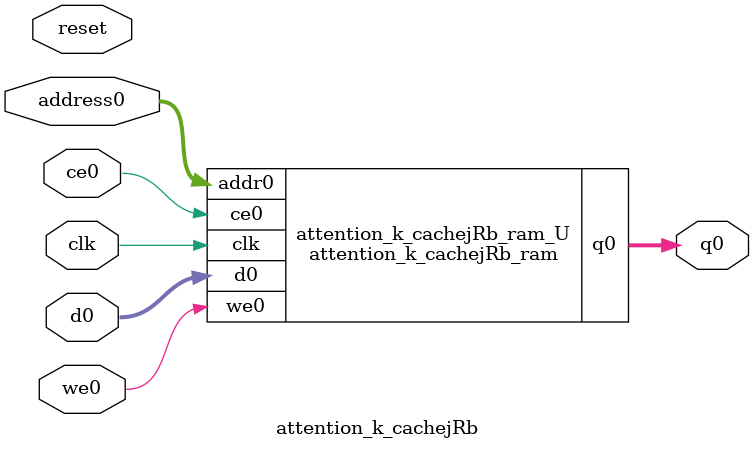
<source format=v>
`timescale 1 ns / 1 ps
module attention_k_cachejRb_ram (addr0, ce0, d0, we0, q0,  clk);

parameter DWIDTH = 40;
parameter AWIDTH = 14;
parameter MEM_SIZE = 9216;

input[AWIDTH-1:0] addr0;
input ce0;
input[DWIDTH-1:0] d0;
input we0;
output reg[DWIDTH-1:0] q0;
input clk;

(* ram_style = "block" *)reg [DWIDTH-1:0] ram[0:MEM_SIZE-1];




always @(posedge clk)  
begin 
    if (ce0) begin
        if (we0) 
            ram[addr0] <= d0; 
        q0 <= ram[addr0];
    end
end


endmodule

`timescale 1 ns / 1 ps
module attention_k_cachejRb(
    reset,
    clk,
    address0,
    ce0,
    we0,
    d0,
    q0);

parameter DataWidth = 32'd40;
parameter AddressRange = 32'd9216;
parameter AddressWidth = 32'd14;
input reset;
input clk;
input[AddressWidth - 1:0] address0;
input ce0;
input we0;
input[DataWidth - 1:0] d0;
output[DataWidth - 1:0] q0;



attention_k_cachejRb_ram attention_k_cachejRb_ram_U(
    .clk( clk ),
    .addr0( address0 ),
    .ce0( ce0 ),
    .we0( we0 ),
    .d0( d0 ),
    .q0( q0 ));

endmodule


</source>
